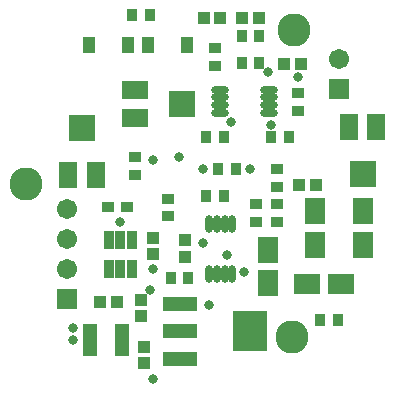
<source format=gts>
%FSLAX25Y25*%
%MOIN*%
G70*
G01*
G75*
G04 Layer_Color=8388736*
%ADD10R,0.05118X0.07874*%
%ADD11R,0.07874X0.07874*%
%ADD12R,0.07874X0.05118*%
%ADD13R,0.07874X0.07874*%
%ADD14R,0.02756X0.03543*%
%ADD15R,0.03583X0.04803*%
%ADD16R,0.03150X0.03543*%
%ADD17R,0.03543X0.02756*%
%ADD18O,0.05118X0.01772*%
%ADD19O,0.01772X0.05118*%
%ADD20R,0.05709X0.08071*%
%ADD21R,0.08071X0.05709*%
%ADD22R,0.03347X0.02756*%
%ADD23R,0.02756X0.05118*%
%ADD24R,0.03543X0.03150*%
%ADD25R,0.04331X0.10236*%
%ADD26R,0.10630X0.03937*%
%ADD27R,0.10630X0.12992*%
%ADD28C,0.01600*%
%ADD29C,0.01000*%
%ADD30R,0.05906X0.05906*%
%ADD31C,0.05906*%
%ADD32C,0.02500*%
%ADD33C,0.10236*%
%ADD34C,0.00984*%
%ADD35C,0.01575*%
%ADD36C,0.00787*%
%ADD37C,0.00800*%
%ADD38C,0.00606*%
%ADD39R,0.05918X0.08674*%
%ADD40R,0.08674X0.08674*%
%ADD41R,0.08674X0.05918*%
%ADD42R,0.08674X0.08674*%
%ADD43R,0.03556X0.04343*%
%ADD44R,0.04383X0.05603*%
%ADD45R,0.03950X0.04343*%
%ADD46R,0.04343X0.03556*%
%ADD47O,0.05918X0.02572*%
%ADD48O,0.02572X0.05918*%
%ADD49R,0.06509X0.08871*%
%ADD50R,0.08871X0.06509*%
%ADD51R,0.04147X0.03556*%
%ADD52R,0.03556X0.05918*%
%ADD53R,0.04343X0.03950*%
%ADD54R,0.05131X0.11036*%
%ADD55R,0.11430X0.04737*%
%ADD56R,0.11430X0.13792*%
%ADD57R,0.06706X0.06706*%
%ADD58C,0.06706*%
%ADD59C,0.03300*%
%ADD60C,0.11036*%
D39*
X57677Y19003D02*
D03*
X48622D02*
D03*
X-44882Y2953D02*
D03*
X-35827D02*
D03*
D40*
X53150Y3255D02*
D03*
X-40354Y18701D02*
D03*
D41*
X-22638Y31102D02*
D03*
Y22047D02*
D03*
D42*
X-6890Y26575D02*
D03*
D43*
X-23622Y56102D02*
D03*
X-17717D02*
D03*
X12795Y49213D02*
D03*
X18701D02*
D03*
X18701Y40354D02*
D03*
X12795D02*
D03*
X22638Y15748D02*
D03*
X28543D02*
D03*
X984D02*
D03*
X6890D02*
D03*
X10827Y4921D02*
D03*
X4921D02*
D03*
X984Y-3937D02*
D03*
X6890D02*
D03*
X44866Y-45457D02*
D03*
X38961D02*
D03*
X-4921Y-31496D02*
D03*
X-10827D02*
D03*
D44*
X-37933Y46260D02*
D03*
X-25059D02*
D03*
X-5374D02*
D03*
X-18248D02*
D03*
D45*
X32480Y40053D02*
D03*
X26969D02*
D03*
X197Y55118D02*
D03*
X5709D02*
D03*
X12992D02*
D03*
X18504D02*
D03*
X37608Y-403D02*
D03*
X32096D02*
D03*
X-28740Y-39370D02*
D03*
X-34252D02*
D03*
D46*
X3937Y45276D02*
D03*
Y39370D02*
D03*
X31693Y30210D02*
D03*
Y24305D02*
D03*
X24606Y4921D02*
D03*
Y-984D02*
D03*
X17717Y-6890D02*
D03*
Y-12795D02*
D03*
X24606Y-12795D02*
D03*
Y-6890D02*
D03*
X-22638Y2953D02*
D03*
Y8858D02*
D03*
X-11811Y-10827D02*
D03*
Y-4921D02*
D03*
D47*
X5512Y31398D02*
D03*
Y28839D02*
D03*
Y26280D02*
D03*
Y23720D02*
D03*
X22047Y31398D02*
D03*
Y28839D02*
D03*
Y26280D02*
D03*
Y23720D02*
D03*
D48*
X2067Y-29921D02*
D03*
X4626D02*
D03*
X7185D02*
D03*
X9744D02*
D03*
X2067Y-13386D02*
D03*
X4626D02*
D03*
X7185D02*
D03*
X9744D02*
D03*
D49*
X53150Y-9154D02*
D03*
Y-20374D02*
D03*
X37402Y-20374D02*
D03*
Y-9154D02*
D03*
X21654Y-33169D02*
D03*
Y-21949D02*
D03*
D50*
X45965Y-33465D02*
D03*
X34744D02*
D03*
D51*
X-25492Y-7874D02*
D03*
X-31594D02*
D03*
D52*
X-23819Y-18898D02*
D03*
X-27559D02*
D03*
X-31299D02*
D03*
Y-28346D02*
D03*
X-27559D02*
D03*
X-23819D02*
D03*
D53*
X-5906Y-24409D02*
D03*
Y-18898D02*
D03*
X-16732Y-23425D02*
D03*
Y-17913D02*
D03*
X-19685Y-54331D02*
D03*
Y-59842D02*
D03*
X-20669Y-44094D02*
D03*
Y-38583D02*
D03*
D54*
X-27165Y-52165D02*
D03*
X-37795D02*
D03*
D55*
X-7677Y-40157D02*
D03*
Y-49213D02*
D03*
Y-58268D02*
D03*
D56*
X15551Y-49213D02*
D03*
D57*
X-45276Y-38386D02*
D03*
X45276Y31496D02*
D03*
D58*
X-45276Y-28386D02*
D03*
Y-18386D02*
D03*
Y-8386D02*
D03*
X45276Y41496D02*
D03*
D59*
X9252Y20669D02*
D03*
X31496Y35433D02*
D03*
X-43307Y-52165D02*
D03*
Y-48228D02*
D03*
X13780Y-29528D02*
D03*
X-27559Y-12795D02*
D03*
X-197Y-19685D02*
D03*
X-16732Y-28543D02*
D03*
X-16732Y-64961D02*
D03*
X1969Y-40354D02*
D03*
X-17717Y-35433D02*
D03*
X-16732Y7874D02*
D03*
X22638Y19685D02*
D03*
X21654Y37402D02*
D03*
X-7874Y8858D02*
D03*
X0Y4921D02*
D03*
X15748D02*
D03*
X7874Y-23622D02*
D03*
D60*
X30315Y51181D02*
D03*
X29528Y-51143D02*
D03*
X-59055Y0D02*
D03*
M02*

</source>
